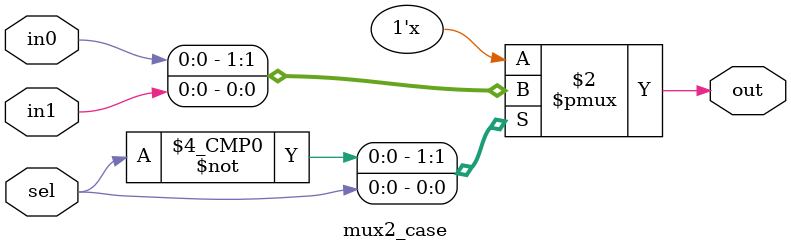
<source format=sv>
module mux2_case (
  input logic sel, in1, in0,
  output logic out      
);

  always_comb
    begin

  	case(sel)
    	   2'b00:  out = in0;
     	   2'b01:  out = in1;
           default:  out = 0;
  	endcase

     end

endmodule
</source>
